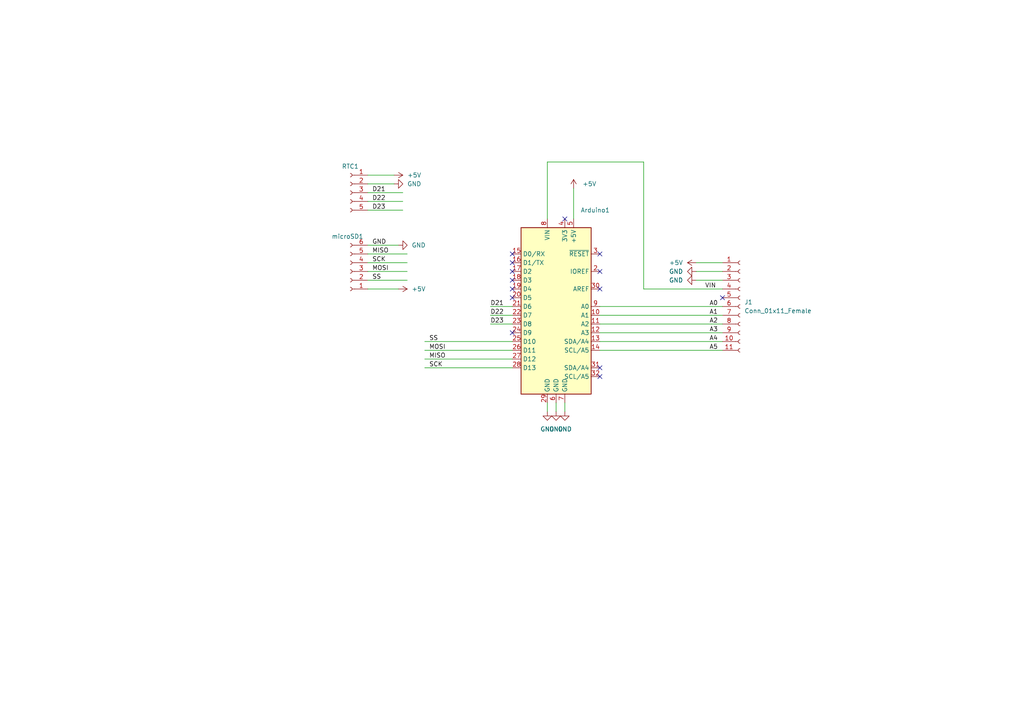
<source format=kicad_sch>
(kicad_sch (version 20211123) (generator eeschema)
  (paper "A4")
  (title_block (title "Arduino Shield za DS1302 i MicroSD modul") (date "4.6.2024.") (rev "2") (company "Fakultet tehnickih nauka u Novom Sadu"))
  (lib_symbols
    (symbol "Connector:Conn_01x05_Female" (pin_names (offset 1.016) hide)
      (property "Reference" "J" (at 0 7.62 0))
      (property "Value" "Conn_01x05_Female" (at 0 -7.62 0))
      (symbol "Conn_01x05_Female_1_1"
        (arc (start 0 -4.572) (mid -0.508 -5.08) (end 0 -5.588) (stroke (width 0.1524)))
        (arc (start 0 -2.032) (mid -0.508 -2.54) (end 0 -3.048) (stroke (width 0.1524)))
        (polyline (pts (xy -1.27 -5.08) (xy -0.508 -5.08)) (stroke (width 0.1524)))
        (polyline (pts (xy -1.27 -2.54) (xy -0.508 -2.54)) (stroke (width 0.1524)))
        (polyline (pts (xy -1.27 0) (xy -0.508 0)) (stroke (width 0.1524)))
        (polyline (pts (xy -1.27 2.54) (xy -0.508 2.54)) (stroke (width 0.1524)))
        (polyline (pts (xy -1.27 5.08) (xy -0.508 5.08)) (stroke (width 0.1524)))
        (arc (start 0 0.508) (mid -0.508 0) (end 0 -0.508) (stroke (width 0.1524)))
        (arc (start 0 3.048) (mid -0.508 2.54) (end 0 2.032) (stroke (width 0.1524)))
        (arc (start 0 5.588) (mid -0.508 5.08) (end 0 4.572) (stroke (width 0.1524)))
        (pin passive line (at -5.08 5.08 0) (length 3.81) (name "Pin_1") (number "1"))
        (pin passive line (at -5.08 2.54 0) (length 3.81) (name "Pin_2") (number "2"))
        (pin passive line (at -5.08 0 0) (length 3.81) (name "Pin_3") (number "3"))
        (pin passive line (at -5.08 -2.54 0) (length 3.81) (name "Pin_4") (number "4"))
        (pin passive line (at -5.08 -5.08 0) (length 3.81) (name "Pin_5") (number "5"))
      )
    )
    (symbol "Connector:Conn_01x06_Female" (pin_names (offset 1.016) hide)
      (property "Reference" "J" (at 0 7.62 0))
      (property "Value" "Conn_01x06_Female" (at 0 -10.16 0))
      (symbol "Conn_01x06_Female_1_1"
        (arc (start 0 -7.112) (mid -0.508 -7.62) (end 0 -8.128) (stroke (width 0.1524)))
        (arc (start 0 -4.572) (mid -0.508 -5.08) (end 0 -5.588) (stroke (width 0.1524)))
        (arc (start 0 -2.032) (mid -0.508 -2.54) (end 0 -3.048) (stroke (width 0.1524)))
        (polyline (pts (xy -1.27 -7.62) (xy -0.508 -7.62)) (stroke (width 0.1524)))
        (polyline (pts (xy -1.27 -5.08) (xy -0.508 -5.08)) (stroke (width 0.1524)))
        (polyline (pts (xy -1.27 -2.54) (xy -0.508 -2.54)) (stroke (width 0.1524)))
        (polyline (pts (xy -1.27 0) (xy -0.508 0)) (stroke (width 0.1524)))
        (polyline (pts (xy -1.27 2.54) (xy -0.508 2.54)) (stroke (width 0.1524)))
        (polyline (pts (xy -1.27 5.08) (xy -0.508 5.08)) (stroke (width 0.1524)))
        (arc (start 0 0.508) (mid -0.508 0) (end 0 -0.508) (stroke (width 0.1524)))
        (arc (start 0 3.048) (mid -0.508 2.54) (end 0 2.032) (stroke (width 0.1524)))
        (arc (start 0 5.588) (mid -0.508 5.08) (end 0 4.572) (stroke (width 0.1524)))
        (pin passive line (at -5.08 5.08 0) (length 3.81) (name "Pin_1") (number "1"))
        (pin passive line (at -5.08 2.54 0) (length 3.81) (name "Pin_2") (number "2"))
        (pin passive line (at -5.08 0 0) (length 3.81) (name "Pin_3") (number "3"))
        (pin passive line (at -5.08 -2.54 0) (length 3.81) (name "Pin_4") (number "4"))
        (pin passive line (at -5.08 -5.08 0) (length 3.81) (name "Pin_5") (number "5"))
        (pin passive line (at -5.08 -7.62 0) (length 3.81) (name "Pin_6") (number "6"))
      )
    )
    (symbol "Connector:Conn_01x11_Female" (pin_names (offset 1.016) hide)
      (property "Reference" "J" (at 0 15.24 0))
      (property "Value" "Conn_01x11_Female" (at 0 -15.24 0))
      (symbol "Conn_01x11_Female_1_1"
        (arc (start 0 -12.192) (mid -0.508 -12.7) (end 0 -13.208) (stroke (width 0.1524)))
        (arc (start 0 -9.652) (mid -0.508 -10.16) (end 0 -10.668) (stroke (width 0.1524)))
        (arc (start 0 -7.112) (mid -0.508 -7.62) (end 0 -8.128) (stroke (width 0.1524)))
        (arc (start 0 -4.572) (mid -0.508 -5.08) (end 0 -5.588) (stroke (width 0.1524)))
        (arc (start 0 -2.032) (mid -0.508 -2.54) (end 0 -3.048) (stroke (width 0.1524)))
        (polyline (pts (xy -1.27 -12.7) (xy -0.508 -12.7)) (stroke (width 0.1524)))
        (polyline (pts (xy -1.27 -10.16) (xy -0.508 -10.16)) (stroke (width 0.1524)))
        (polyline (pts (xy -1.27 -7.62) (xy -0.508 -7.62)) (stroke (width 0.1524)))
        (polyline (pts (xy -1.27 -5.08) (xy -0.508 -5.08)) (stroke (width 0.1524)))
        (polyline (pts (xy -1.27 -2.54) (xy -0.508 -2.54)) (stroke (width 0.1524)))
        (polyline (pts (xy -1.27 0) (xy -0.508 0)) (stroke (width 0.1524)))
        (polyline (pts (xy -1.27 2.54) (xy -0.508 2.54)) (stroke (width 0.1524)))
        (polyline (pts (xy -1.27 5.08) (xy -0.508 5.08)) (stroke (width 0.1524)))
        (polyline (pts (xy -1.27 7.62) (xy -0.508 7.62)) (stroke (width 0.1524)))
        (polyline (pts (xy -1.27 10.16) (xy -0.508 10.16)) (stroke (width 0.1524)))
        (polyline (pts (xy -1.27 12.7) (xy -0.508 12.7)) (stroke (width 0.1524)))
        (arc (start 0 0.508) (mid -0.508 0) (end 0 -0.508) (stroke (width 0.1524)))
        (arc (start 0 3.048) (mid -0.508 2.54) (end 0 2.032) (stroke (width 0.1524)))
        (arc (start 0 5.588) (mid -0.508 5.08) (end 0 4.572) (stroke (width 0.1524)))
        (arc (start 0 8.128) (mid -0.508 7.62) (end 0 7.112) (stroke (width 0.1524)))
        (arc (start 0 10.668) (mid -0.508 10.16) (end 0 9.652) (stroke (width 0.1524)))
        (arc (start 0 13.208) (mid -0.508 12.7) (end 0 12.192) (stroke (width 0.1524)))
        (pin passive line (at -5.08 12.7 0) (length 3.81) (name "Pin_1") (number "1"))
        (pin passive line (at -5.08 -10.16 0) (length 3.81) (name "Pin_10") (number "10"))
        (pin passive line (at -5.08 -12.7 0) (length 3.81) (name "Pin_11") (number "11"))
        (pin passive line (at -5.08 10.16 0) (length 3.81) (name "Pin_2") (number "2"))
        (pin passive line (at -5.08 7.62 0) (length 3.81) (name "Pin_3") (number "3"))
        (pin passive line (at -5.08 5.08 0) (length 3.81) (name "Pin_4") (number "4"))
        (pin passive line (at -5.08 2.54 0) (length 3.81) (name "Pin_5") (number "5"))
        (pin passive line (at -5.08 0 0) (length 3.81) (name "Pin_6") (number "6"))
        (pin passive line (at -5.08 -2.54 0) (length 3.81) (name "Pin_7") (number "7"))
        (pin passive line (at -5.08 -5.08 0) (length 3.81) (name "Pin_8") (number "8"))
        (pin passive line (at -5.08 -7.62 0) (length 3.81) (name "Pin_9") (number "9"))
      )
    )
    (symbol "MCU_Module:Arduino_UNO_R3"
      (property "Reference" "A" (at -10.16 23.495 0))
      (property "Value" "Arduino_UNO_R3" (at 5.08 -26.67 0))
      (symbol "Arduino_UNO_R3_0_1"
        (rectangle (start -10.16 22.86) (end 10.16 -25.4) (stroke (width 0.254)) (fill (type background)))
      )
      (symbol "Arduino_UNO_R3_1_1"
        (pin no_connect line (at -10.16 -20.32 0) (length 2.54) hide (name "NC") (number "1"))
        (pin bidirectional line (at 12.7 -2.54 180) (length 2.54) (name "A1") (number "10"))
        (pin bidirectional line (at 12.7 -5.08 180) (length 2.54) (name "A2") (number "11"))
        (pin bidirectional line (at 12.7 -7.62 180) (length 2.54) (name "A3") (number "12"))
        (pin bidirectional line (at 12.7 -10.16 180) (length 2.54) (name "SDA/A4") (number "13"))
        (pin bidirectional line (at 12.7 -12.7 180) (length 2.54) (name "SCL/A5") (number "14"))
        (pin bidirectional line (at -12.7 15.24 0) (length 2.54) (name "D0/RX") (number "15"))
        (pin bidirectional line (at -12.7 12.7 0) (length 2.54) (name "D1/TX") (number "16"))
        (pin bidirectional line (at -12.7 10.16 0) (length 2.54) (name "D2") (number "17"))
        (pin bidirectional line (at -12.7 7.62 0) (length 2.54) (name "D3") (number "18"))
        (pin bidirectional line (at -12.7 5.08 0) (length 2.54) (name "D4") (number "19"))
        (pin output line (at 12.7 10.16 180) (length 2.54) (name "IOREF") (number "2"))
        (pin bidirectional line (at -12.7 2.54 0) (length 2.54) (name "D5") (number "20"))
        (pin bidirectional line (at -12.7 0 0) (length 2.54) (name "D6") (number "21"))
        (pin bidirectional line (at -12.7 -2.54 0) (length 2.54) (name "D7") (number "22"))
        (pin bidirectional line (at -12.7 -5.08 0) (length 2.54) (name "D8") (number "23"))
        (pin bidirectional line (at -12.7 -7.62 0) (length 2.54) (name "D9") (number "24"))
        (pin bidirectional line (at -12.7 -10.16 0) (length 2.54) (name "D10") (number "25"))
        (pin bidirectional line (at -12.7 -12.7 0) (length 2.54) (name "D11") (number "26"))
        (pin bidirectional line (at -12.7 -15.24 0) (length 2.54) (name "D12") (number "27"))
        (pin bidirectional line (at -12.7 -17.78 0) (length 2.54) (name "D13") (number "28"))
        (pin power_in line (at -2.54 -27.94 90) (length 2.54) (name "GND") (number "29"))
        (pin input line (at 12.7 15.24 180) (length 2.54) (name "~{RESET}") (number "3"))
        (pin input line (at 12.7 5.08 180) (length 2.54) (name "AREF") (number "30"))
        (pin bidirectional line (at 12.7 -17.78 180) (length 2.54) (name "SDA/A4") (number "31"))
        (pin bidirectional line (at 12.7 -20.32 180) (length 2.54) (name "SCL/A5") (number "32"))
        (pin power_out line (at 2.54 25.4 270) (length 2.54) (name "3V3") (number "4"))
        (pin power_out line (at 5.08 25.4 270) (length 2.54) (name "+5V") (number "5"))
        (pin power_in line (at 0 -27.94 90) (length 2.54) (name "GND") (number "6"))
        (pin power_in line (at 2.54 -27.94 90) (length 2.54) (name "GND") (number "7"))
        (pin power_in line (at -2.54 25.4 270) (length 2.54) (name "VIN") (number "8"))
        (pin bidirectional line (at 12.7 0 180) (length 2.54) (name "A0") (number "9"))
      )
    )
    (symbol "power:+5V" (power) (pin_names (offset 0))
      (property "Value" "+5V" (at 0 3.556 0))
      (symbol "+5V_0_1"
        (polyline (pts (xy -0.762 1.27) (xy 0 2.54)))
        (polyline (pts (xy 0 0) (xy 0 2.54)))
        (polyline (pts (xy 0 2.54) (xy 0.762 1.27)))
      )
      (symbol "+5V_1_1"
        (pin power_in line (at 0 0 90) (length 0) hide (name "+5V") (number "1"))
      )
    )
    (symbol "power:GND" (power) (pin_names (offset 0))
      (property "Value" "GND" (at 0 -3.81 0))
      (symbol "GND_0_1"
        (polyline (pts (xy 0 0) (xy 0 -1.27) (xy 1.27 -1.27) (xy 0 -2.54) (xy -1.27 -1.27) (xy 0 -1.27)))
      )
      (symbol "GND_1_1"
        (pin power_in line (at 0 0 270) (length 0) hide (name "GND") (number "1"))
      )
    )
  )
  (no_connect (at 148.59 78.74))
  (no_connect (at 209.55 86.36))
  (no_connect (at 148.59 83.82))
  (no_connect (at 148.59 86.36))
  (no_connect (at 173.99 78.74))
  (no_connect (at 173.99 83.82))
  (no_connect (at 173.99 109.22))
  (no_connect (at 148.59 96.52))
  (no_connect (at 148.59 76.2))
  (no_connect (at 173.99 73.66))
  (no_connect (at 173.99 106.68))
  (no_connect (at 148.59 81.28))
  (no_connect (at 163.83 63.5))
  (no_connect (at 148.59 73.66))
  (wire (pts (xy 106.68 73.66) (xy 118.11 73.66)))
  (wire (pts (xy 123.19 104.14) (xy 148.59 104.14)))
  (wire (pts (xy 106.68 76.2) (xy 118.11 76.2)))
  (wire (pts (xy 106.68 78.74) (xy 118.11 78.74)))
  (wire (pts (xy 106.68 50.8) (xy 114.3 50.8)))
  (wire (pts (xy 106.68 81.28) (xy 118.11 81.28)))
  (wire (pts (xy 173.99 93.98) (xy 209.55 93.98)))
  (wire (pts (xy 158.75 46.99) (xy 186.69 46.99)))
  (wire (pts (xy 163.83 116.84) (xy 163.83 119.38)))
  (wire (pts (xy 142.24 91.44) (xy 148.59 91.44)))
  (wire (pts (xy 161.29 119.38) (xy 161.29 116.84)))
  (wire (pts (xy 209.55 78.74) (xy 201.93 78.74)))
  (wire (pts (xy 123.19 101.6) (xy 148.59 101.6)))
  (wire (pts (xy 123.19 99.06) (xy 148.59 99.06)))
  (wire (pts (xy 123.19 106.68) (xy 148.59 106.68)))
  (wire (pts (xy 166.37 54.61) (xy 166.37 63.5)))
  (wire (pts (xy 173.99 88.9) (xy 209.55 88.9)))
  (wire (pts (xy 158.75 46.99) (xy 158.75 63.5)))
  (wire (pts (xy 186.69 46.99) (xy 186.69 83.82)))
  (wire (pts (xy 173.99 91.44) (xy 209.55 91.44)))
  (wire (pts (xy 106.68 71.12) (xy 115.57 71.12)))
  (wire (pts (xy 201.93 76.2) (xy 209.55 76.2)))
  (wire (pts (xy 173.99 101.6) (xy 209.55 101.6)))
  (wire (pts (xy 115.57 83.82) (xy 106.68 83.82)))
  (wire (pts (xy 142.24 88.9) (xy 148.59 88.9)))
  (wire (pts (xy 106.68 55.88) (xy 116.84 55.88)))
  (wire (pts (xy 142.24 93.98) (xy 148.59 93.98)))
  (wire (pts (xy 186.69 83.82) (xy 209.55 83.82)))
  (wire (pts (xy 173.99 99.06) (xy 209.55 99.06)))
  (wire (pts (xy 106.68 58.42) (xy 116.84 58.42)))
  (wire (pts (xy 106.68 60.96) (xy 116.84 60.96)))
  (wire (pts (xy 173.99 96.52) (xy 209.55 96.52)))
  (wire (pts (xy 106.68 53.34) (xy 114.3 53.34)))
  (wire (pts (xy 209.55 81.28) (xy 201.93 81.28)))
  (wire (pts (xy 158.75 119.38) (xy 158.75 116.84)))
  (label "D23" (at 107.95 60.96 0))
  (label "D23" (at 142.24 93.98 0))
  (label "A1" (at 205.74 91.44 0))
  (label "VIN" (at 204.47 83.82 0))
  (label "SS" (at 124.46 99.06 0))
  (label "MISO" (at 107.95 73.66 0))
  (label "D22" (at 107.95 58.42 0))
  (label "D22" (at 142.24 91.44 0))
  (label "A0" (at 205.74 88.9 0))
  (label "A3" (at 205.74 96.52 0))
  (label "SCK" (at 107.95 76.2 0))
  (label "SCK" (at 124.46 106.68 0))
  (label "MOSI" (at 107.95 78.74 0))
  (label "MISO" (at 124.46 104.14 0))
  (label "A5" (at 205.74 101.6 0))
  (label "SS" (at 107.95 81.28 0))
  (label "A4" (at 205.74 99.06 0))
  (label "MOSI" (at 124.46 101.6 0))
  (label "D21" (at 107.95 55.88 0))
  (label "GND" (at 107.95 71.12 0))
  (label "A2" (at 205.74 93.98 0))
  (label "D21" (at 142.24 88.9 0))
  (symbol (lib_id "power:GND") (at 114.3 53.34 90) (unit 1)
    (property "Reference" "#PWR03" (effects hide))
    (property "Value" "GND" (at 118.11 53.3399 90) (effects (justify right)))
  )
  (symbol (lib_id "power:+5V") (at 166.37 54.61 0) (unit 1)
    (property "Reference" "#PWR06" (effects hide))
    (property "Value" "+5V" (at 168.91 53.3399 0) (effects (justify left)))
  )
  (symbol (lib_id "power:+5V") (at 115.57 83.82 270) (unit 1)
    (property "Reference" "#PWR02" (effects hide))
    (property "Value" "+5V" (at 119.38 83.8199 90) (effects (justify left)))
  )
  (symbol (lib_id "power:+5V") (at 114.3 50.8 270) (unit 1)
    (property "Reference" "#PWR01" (effects hide))
    (property "Value" "+5V" (at 118.11 50.7999 90) (effects (justify left)))
  )
  (symbol (lib_id "Connector:Conn_01x06_Female") (at 101.6 78.74 180) (unit 1)
    (property "Reference" "microSD1" (at 105.41 68.58 0) (effects (justify left)))
    (property "Value" "Conn_01x06_Female" (effects hide))
    (property "Footprint" "Connector_PinSocket_2.54mm:PinSocket_1x06_P2.54mm_Vertical" (effects hide))
  )
  (symbol (lib_id "power:GND") (at 163.83 119.38 0) (unit 1)
    (property "Reference" "#PWR0102" (effects hide))
    (property "Value" "GND" (at 163.83 124.46 0))
  )
  (symbol (lib_id "power:GND") (at 158.75 119.38 0) (unit 1)
    (property "Reference" "#PWR0101" (effects hide))
    (property "Value" "GND" (at 158.75 124.46 0))
  )
  (symbol (lib_id "MCU_Module:Arduino_UNO_R3") (at 161.29 88.9 0) (unit 1)
    (property "Reference" "Arduino1" (at 168.3894 60.96 0) (effects (justify left)))
    (property "Value" "Arduino UNO R3" (effects hide))
    (property "Footprint" "For_Rasterboard:Arduino_UNO_R3_WithMountingHoles_Snapped_to_P2.54mm" (effects hide))
    (property "Datasheet" "https://www.arduino.cc/en/Main/arduinoBoardUno" (effects hide))
  )
  (symbol (lib_id "Connector:Conn_01x11_Female") (at 214.63 88.9 0) (unit 1)
    (property "Reference" "J1" (at 215.9 87.6299 0) (effects (justify left)))
    (property "Value" "Conn_01x11_Female" (at 215.9 90.1699 0) (effects (justify left)))
    (property "Footprint" "Connector_PinSocket_2.54mm:PinSocket_1x11_P2.54mm_Vertical" (effects hide))
  )
  (symbol (lib_id "power:+5V") (at 201.93 76.2 90) (unit 1)
    (property "Reference" "#PWR09" (effects hide))
    (property "Value" "+5V" (at 198.12 76.1999 90) (effects (justify left)))
  )
  (symbol (lib_id "power:GND") (at 161.29 119.38 0) (unit 1)
    (property "Reference" "#PWR05" (effects hide))
    (property "Value" "GND" (at 161.29 124.46 0))
  )
  (symbol (lib_id "power:GND") (at 115.57 71.12 90) (unit 1)
    (property "Reference" "#PWR04" (effects hide))
    (property "Value" "GND" (at 119.38 71.1199 90) (effects (justify right)))
  )
  (symbol (lib_id "Connector:Conn_01x05_Female") (at 101.6 55.88 0) (mirror y) (unit 1)
    (property "Reference" "RTC1" (at 101.6 48.26 0))
    (property "Value" "Conn_01x05_Female" (effects hide))
    (property "Footprint" "Connector_PinSocket_2.54mm:PinSocket_1x05_P2.54mm_Vertical" (effects hide))
  )
  (symbol (lib_id "power:GND") (at 201.93 81.28 270) (unit 1)
    (property "Reference" "#PWR08" (effects hide))
    (property "Value" "GND" (at 198.12 81.2801 90) (effects (justify right)))
  )
  (symbol (lib_id "power:GND") (at 201.93 78.74 270) (unit 1)
    (property "Reference" "#PWR07" (effects hide))
    (property "Value" "GND" (at 198.12 78.7401 90) (effects (justify right)))
  )
)
</source>
